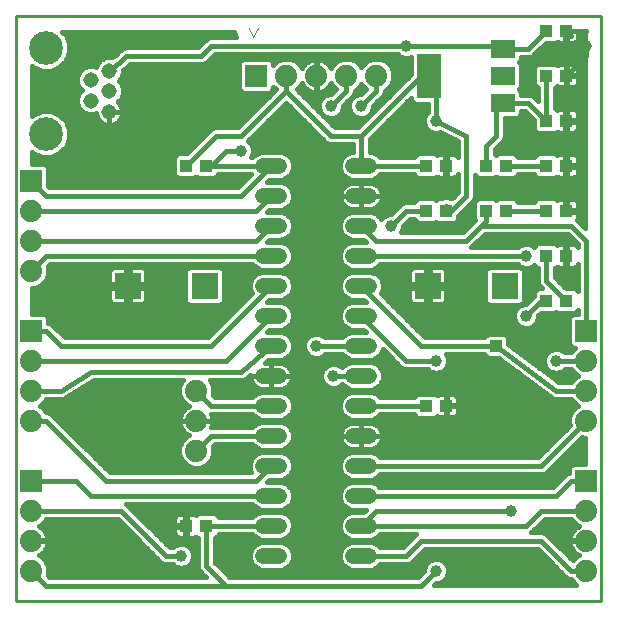
<source format=gtl>
G75*
G70*
%OFA0B0*%
%FSLAX24Y24*%
%IPPOS*%
%LPD*%
%AMOC8*
5,1,8,0,0,1.08239X$1,22.5*
%
%ADD10C,0.0100*%
%ADD11C,0.0040*%
%ADD12C,0.0520*%
%ADD13R,0.0787X0.0591*%
%ADD14R,0.0787X0.1496*%
%ADD15R,0.0433X0.0433*%
%ADD16R,0.0433X0.0394*%
%ADD17R,0.0394X0.0433*%
%ADD18R,0.0886X0.0886*%
%ADD19R,0.0740X0.0740*%
%ADD20C,0.0740*%
%ADD21C,0.0515*%
%ADD22C,0.1122*%
%ADD23C,0.0160*%
%ADD24C,0.0396*%
%ADD25R,0.0396X0.0396*%
D10*
X002681Y002681D02*
X022181Y002681D01*
X022181Y022181D01*
X002681Y022181D01*
X002681Y002681D01*
D11*
X010581Y021465D02*
X010735Y021772D01*
X010428Y021772D02*
X010581Y021465D01*
D12*
X010921Y017181D02*
X011441Y017181D01*
X011441Y016181D02*
X010921Y016181D01*
X010921Y015181D02*
X011441Y015181D01*
X011441Y014181D02*
X010921Y014181D01*
X010921Y013181D02*
X011441Y013181D01*
X011441Y012181D02*
X010921Y012181D01*
X010921Y011181D02*
X011441Y011181D01*
X011441Y010181D02*
X010921Y010181D01*
X010921Y009181D02*
X011441Y009181D01*
X011441Y008181D02*
X010921Y008181D01*
X010921Y007181D02*
X011441Y007181D01*
X011441Y006181D02*
X010921Y006181D01*
X010921Y005181D02*
X011441Y005181D01*
X011441Y004181D02*
X010921Y004181D01*
X013921Y004181D02*
X014441Y004181D01*
X014441Y005181D02*
X013921Y005181D01*
X013921Y006181D02*
X014441Y006181D01*
X014441Y007181D02*
X013921Y007181D01*
X013921Y008181D02*
X014441Y008181D01*
X014441Y009181D02*
X013921Y009181D01*
X013921Y010181D02*
X014441Y010181D01*
X014441Y011181D02*
X013921Y011181D01*
X013921Y012181D02*
X014441Y012181D01*
X014441Y013181D02*
X013921Y013181D01*
X013921Y014181D02*
X014441Y014181D01*
X014441Y015181D02*
X013921Y015181D01*
X013921Y016181D02*
X014441Y016181D01*
X014441Y017181D02*
X013921Y017181D01*
D13*
X018921Y019275D03*
X018921Y020181D03*
X018921Y021086D03*
D14*
X016441Y020181D03*
D15*
X016346Y017181D03*
X017016Y017181D03*
X020346Y017181D03*
X021016Y017181D03*
X021016Y015681D03*
X020346Y015681D03*
X020346Y014181D03*
X021016Y014181D03*
X021016Y018681D03*
X020346Y018681D03*
X020346Y021681D03*
X021016Y021681D03*
X009016Y005181D03*
X008346Y005181D03*
D16*
X016346Y009181D03*
X017016Y009181D03*
X020346Y020181D03*
X021016Y020181D03*
D17*
X019016Y017181D03*
X018346Y017181D03*
X018346Y015681D03*
X019016Y015681D03*
X017016Y015681D03*
X016346Y015681D03*
X020346Y012681D03*
X021016Y012681D03*
X009016Y017181D03*
X008346Y017181D03*
D18*
X008960Y013181D03*
X006401Y013181D03*
X016401Y013181D03*
X018960Y013181D03*
D19*
X021681Y011681D03*
X021681Y006681D03*
X010681Y020181D03*
X003181Y016681D03*
X003181Y011681D03*
X003181Y006681D03*
D20*
X003181Y005681D03*
X003181Y004681D03*
X003181Y003681D03*
X003181Y008681D03*
X003181Y009681D03*
X003181Y010681D03*
X003181Y013681D03*
X003181Y014681D03*
X003181Y015681D03*
X008681Y009681D03*
X008681Y008681D03*
X008681Y007681D03*
X011681Y020181D03*
X012681Y020181D03*
X013681Y020181D03*
X014681Y020181D03*
X021681Y010681D03*
X021681Y009681D03*
X021681Y008681D03*
X021681Y005681D03*
X021681Y004681D03*
X021681Y003681D03*
D21*
X005781Y018981D03*
X005781Y019681D03*
X005781Y020351D03*
X005161Y020041D03*
X005161Y019351D03*
D22*
X003681Y018244D03*
X003681Y021118D03*
D23*
X004224Y021651D02*
X009935Y021651D01*
X009936Y021637D01*
X010024Y021461D01*
X009125Y021461D01*
X009022Y021418D01*
X008944Y021340D01*
X008735Y021131D01*
X006295Y021131D01*
X006192Y021088D01*
X006114Y021010D01*
X005992Y020888D01*
X005888Y020802D01*
X005872Y020808D01*
X005690Y020808D01*
X005522Y020739D01*
X005393Y020610D01*
X005333Y020465D01*
X005252Y020498D01*
X005070Y020498D01*
X004902Y020429D01*
X004773Y020300D01*
X004703Y020132D01*
X004703Y019950D01*
X004773Y019782D01*
X004859Y019696D01*
X004773Y019610D01*
X004703Y019442D01*
X004703Y019260D01*
X004773Y019092D01*
X004902Y018963D01*
X005070Y018893D01*
X005252Y018893D01*
X005346Y018932D01*
X005354Y018878D01*
X005376Y018813D01*
X005407Y018752D01*
X005447Y018696D01*
X005496Y018647D01*
X005552Y018607D01*
X005613Y018576D01*
X005678Y018554D01*
X005746Y018543D01*
X005781Y018543D01*
X005815Y018543D01*
X005883Y018554D01*
X005949Y018576D01*
X006010Y018607D01*
X006066Y018647D01*
X006115Y018696D01*
X006155Y018752D01*
X006186Y018813D01*
X006208Y018878D01*
X006218Y018946D01*
X006218Y018981D01*
X006218Y019015D01*
X006208Y019083D01*
X006186Y019149D01*
X006155Y019210D01*
X006115Y019266D01*
X006066Y019315D01*
X006063Y019316D01*
X006169Y019422D01*
X006238Y019590D01*
X006238Y019772D01*
X006169Y019940D01*
X006093Y020016D01*
X006169Y020092D01*
X006238Y020260D01*
X006238Y020365D01*
X006327Y020438D01*
X006340Y020444D01*
X006369Y020474D01*
X006402Y020500D01*
X006409Y020513D01*
X006467Y020571D01*
X008795Y020571D01*
X008907Y020571D01*
X009010Y020614D01*
X009297Y020901D01*
X015398Y020901D01*
X015455Y020843D01*
X015602Y020783D01*
X015760Y020783D01*
X015847Y020819D01*
X015847Y020243D01*
X014065Y018461D01*
X013297Y018461D01*
X012032Y019726D01*
X012164Y019858D01*
X012193Y019927D01*
X012211Y019893D01*
X012261Y019823D01*
X012323Y019761D01*
X012393Y019711D01*
X012470Y019671D01*
X012552Y019644D01*
X012638Y019631D01*
X012661Y019631D01*
X012661Y020161D01*
X012701Y020161D01*
X012701Y019631D01*
X012724Y019631D01*
X012810Y019644D01*
X012892Y019671D01*
X012969Y019711D01*
X013039Y019761D01*
X013100Y019823D01*
X013151Y019893D01*
X013169Y019927D01*
X013198Y019858D01*
X013330Y019726D01*
X013183Y019579D01*
X013102Y019579D01*
X012955Y019518D01*
X012843Y019406D01*
X012783Y019260D01*
X012783Y019102D01*
X012843Y018955D01*
X012955Y018843D01*
X013102Y018783D01*
X013260Y018783D01*
X013406Y018843D01*
X013518Y018955D01*
X013579Y019102D01*
X013579Y019183D01*
X013918Y019522D01*
X013961Y019625D01*
X013961Y019680D01*
X014004Y019698D01*
X014164Y019858D01*
X014181Y019899D01*
X014198Y019858D01*
X014330Y019726D01*
X014183Y019579D01*
X014102Y019579D01*
X013955Y019518D01*
X013843Y019406D01*
X013783Y019260D01*
X013783Y019102D01*
X013843Y018955D01*
X013955Y018843D01*
X014102Y018783D01*
X014260Y018783D01*
X014406Y018843D01*
X014518Y018955D01*
X014579Y019102D01*
X014579Y019183D01*
X014918Y019522D01*
X014961Y019625D01*
X014961Y019680D01*
X015004Y019698D01*
X015164Y019858D01*
X015251Y020068D01*
X015251Y020294D01*
X015164Y020504D01*
X015004Y020664D01*
X014794Y020751D01*
X014568Y020751D01*
X014358Y020664D01*
X014198Y020504D01*
X014181Y020463D01*
X014164Y020504D01*
X014004Y020664D01*
X013794Y020751D01*
X013568Y020751D01*
X013358Y020664D01*
X013198Y020504D01*
X013169Y020434D01*
X013151Y020469D01*
X013100Y020539D01*
X013039Y020600D01*
X012969Y020651D01*
X012892Y020691D01*
X012810Y020717D01*
X012724Y020731D01*
X012701Y020731D01*
X012701Y020201D01*
X012661Y020201D01*
X012661Y020731D01*
X012638Y020731D01*
X012552Y020717D01*
X012470Y020691D01*
X012393Y020651D01*
X012323Y020600D01*
X012261Y020539D01*
X012211Y020469D01*
X012193Y020434D01*
X012164Y020504D01*
X012004Y020664D01*
X011794Y020751D01*
X011568Y020751D01*
X011358Y020664D01*
X011251Y020557D01*
X011251Y020634D01*
X011134Y020751D01*
X010228Y020751D01*
X010111Y020634D01*
X010111Y019728D01*
X010228Y019611D01*
X011134Y019611D01*
X011251Y019728D01*
X011251Y019805D01*
X011330Y019726D01*
X010065Y018461D01*
X009402Y018461D01*
X009291Y018461D01*
X009188Y018418D01*
X008367Y017597D01*
X008067Y017597D01*
X007949Y017480D01*
X007949Y016882D01*
X008067Y016764D01*
X008626Y016764D01*
X008681Y016819D01*
X008736Y016764D01*
X009295Y016764D01*
X009412Y016882D01*
X009412Y016901D01*
X010505Y016901D01*
X010065Y016461D01*
X003797Y016461D01*
X003751Y016507D01*
X003751Y017134D01*
X003634Y017251D01*
X003211Y017251D01*
X003211Y017638D01*
X003250Y017599D01*
X003530Y017483D01*
X003832Y017483D01*
X004112Y017599D01*
X004326Y017813D01*
X004442Y018093D01*
X004442Y018395D01*
X004326Y018675D01*
X004112Y018889D01*
X003832Y019005D01*
X003530Y019005D01*
X003250Y018889D01*
X003211Y018850D01*
X003211Y020512D01*
X003250Y020473D01*
X003530Y020357D01*
X003832Y020357D01*
X004112Y020473D01*
X004326Y020687D01*
X004442Y020967D01*
X004442Y021269D01*
X004326Y021549D01*
X004224Y021651D01*
X004327Y021548D02*
X009981Y021548D01*
X009181Y021181D02*
X015681Y021181D01*
X018827Y021181D01*
X018921Y021086D01*
X019752Y021086D01*
X020346Y021681D01*
X020326Y021264D02*
X020646Y021264D01*
X020697Y021316D01*
X020730Y021297D01*
X020775Y021284D01*
X020987Y021284D01*
X020987Y021651D01*
X021044Y021651D01*
X021044Y021284D01*
X021256Y021284D01*
X021302Y021297D01*
X021343Y021320D01*
X021376Y021354D01*
X021400Y021395D01*
X021412Y021441D01*
X021412Y021651D01*
X021651Y021651D01*
X021651Y015107D01*
X021418Y015340D01*
X021386Y015371D01*
X021400Y015395D01*
X021412Y015441D01*
X021412Y015653D01*
X021044Y015653D01*
X021044Y015709D01*
X021412Y015709D01*
X021412Y015921D01*
X021400Y015967D01*
X021376Y016008D01*
X021343Y016041D01*
X021302Y016065D01*
X021256Y016077D01*
X021044Y016077D01*
X021044Y015709D01*
X020987Y015709D01*
X020987Y016077D01*
X020775Y016077D01*
X020730Y016065D01*
X020697Y016046D01*
X020646Y016097D01*
X020047Y016097D01*
X019930Y015980D01*
X019930Y015961D01*
X019412Y015961D01*
X019412Y015980D01*
X019295Y016097D01*
X018736Y016097D01*
X018681Y016042D01*
X018626Y016097D01*
X018067Y016097D01*
X017949Y015980D01*
X017949Y015382D01*
X017968Y015363D01*
X017944Y015340D01*
X017944Y015339D01*
X017565Y014961D01*
X015521Y014961D01*
X015579Y015102D01*
X015579Y015183D01*
X015797Y015401D01*
X015949Y015401D01*
X015949Y015382D01*
X016067Y015264D01*
X016626Y015264D01*
X016681Y015319D01*
X016736Y015264D01*
X017295Y015264D01*
X017412Y015382D01*
X017412Y015516D01*
X017418Y015522D01*
X017418Y015522D01*
X017839Y015944D01*
X017840Y015944D01*
X017918Y016022D01*
X017961Y016125D01*
X017961Y016870D01*
X018067Y016764D01*
X018626Y016764D01*
X018681Y016819D01*
X018736Y016764D01*
X019295Y016764D01*
X019412Y016882D01*
X019412Y016901D01*
X019930Y016901D01*
X019930Y016882D01*
X020047Y016764D01*
X020646Y016764D01*
X020697Y016816D01*
X020730Y016797D01*
X020775Y016784D01*
X020987Y016784D01*
X020987Y017152D01*
X021044Y017152D01*
X021044Y016784D01*
X021256Y016784D01*
X021302Y016797D01*
X021343Y016820D01*
X021376Y016854D01*
X021400Y016895D01*
X021412Y016941D01*
X021412Y017153D01*
X021044Y017153D01*
X021044Y017209D01*
X021412Y017209D01*
X021412Y017421D01*
X021400Y017467D01*
X021376Y017508D01*
X021343Y017541D01*
X021302Y017565D01*
X021256Y017577D01*
X021044Y017577D01*
X021044Y017209D01*
X020987Y017209D01*
X020987Y017577D01*
X020775Y017577D01*
X020730Y017565D01*
X020697Y017546D01*
X020646Y017597D01*
X020047Y017597D01*
X019930Y017480D01*
X019930Y017461D01*
X019412Y017461D01*
X019412Y017480D01*
X019295Y017597D01*
X018736Y017597D01*
X018681Y017542D01*
X018626Y017597D01*
X018626Y017730D01*
X018918Y018022D01*
X018961Y018125D01*
X018961Y018237D01*
X018961Y018780D01*
X019398Y018780D01*
X019515Y018897D01*
X019515Y018995D01*
X019636Y018995D01*
X019930Y018702D01*
X019930Y018382D01*
X020047Y018264D01*
X020646Y018264D01*
X020697Y018316D01*
X020730Y018297D01*
X020775Y018284D01*
X020987Y018284D01*
X020987Y018652D01*
X021044Y018652D01*
X021044Y018284D01*
X021256Y018284D01*
X021302Y018297D01*
X021343Y018320D01*
X021376Y018354D01*
X021400Y018395D01*
X021412Y018441D01*
X021412Y018653D01*
X021044Y018653D01*
X021044Y018709D01*
X021412Y018709D01*
X021412Y018921D01*
X021400Y018967D01*
X021376Y019008D01*
X021343Y019041D01*
X021302Y019065D01*
X021256Y019077D01*
X021044Y019077D01*
X021044Y018709D01*
X020987Y018709D01*
X020987Y019077D01*
X020775Y019077D01*
X020730Y019065D01*
X020697Y019046D01*
X020646Y019097D01*
X020626Y019097D01*
X020626Y019784D01*
X020646Y019784D01*
X020697Y019835D01*
X020730Y019816D01*
X020775Y019804D01*
X020997Y019804D01*
X020997Y020162D01*
X021034Y020162D01*
X021034Y019804D01*
X021256Y019804D01*
X021302Y019816D01*
X021343Y019840D01*
X021376Y019874D01*
X021400Y019915D01*
X021412Y019960D01*
X021412Y020162D01*
X021034Y020162D01*
X021034Y020199D01*
X021412Y020199D01*
X021412Y020401D01*
X021400Y020447D01*
X021376Y020488D01*
X021343Y020522D01*
X021302Y020545D01*
X021256Y020558D01*
X021034Y020558D01*
X021034Y020200D01*
X020997Y020200D01*
X020997Y020558D01*
X020775Y020558D01*
X020730Y020545D01*
X020697Y020527D01*
X020646Y020578D01*
X020047Y020578D01*
X019930Y020461D01*
X019930Y019901D01*
X020047Y019784D01*
X020066Y019784D01*
X020066Y019357D01*
X019910Y019513D01*
X019807Y019555D01*
X019696Y019555D01*
X019515Y019555D01*
X019515Y019654D01*
X019440Y019728D01*
X019515Y019803D01*
X019515Y020559D01*
X019440Y020634D01*
X019515Y020708D01*
X019515Y020806D01*
X019807Y020806D01*
X019910Y020849D01*
X019989Y020928D01*
X020326Y021264D01*
X020292Y021231D02*
X021651Y021231D01*
X021681Y021181D02*
X021681Y020846D01*
X021016Y020181D01*
X020997Y020121D02*
X021034Y020121D01*
X021034Y020279D02*
X020997Y020279D01*
X020997Y020438D02*
X021034Y020438D01*
X021402Y020438D02*
X021651Y020438D01*
X021651Y020596D02*
X019477Y020596D01*
X019515Y020438D02*
X019930Y020438D01*
X019930Y020279D02*
X019515Y020279D01*
X019515Y020121D02*
X019930Y020121D01*
X019930Y019962D02*
X019515Y019962D01*
X019515Y019804D02*
X020027Y019804D01*
X020066Y019645D02*
X019515Y019645D01*
X019752Y019275D02*
X018921Y019275D01*
X018681Y019035D01*
X018681Y018181D01*
X018346Y017846D01*
X018346Y017181D01*
X018040Y016791D02*
X017961Y016791D01*
X017961Y016633D02*
X021651Y016633D01*
X021651Y016791D02*
X021281Y016791D01*
X021412Y016950D02*
X021651Y016950D01*
X021651Y017108D02*
X021412Y017108D01*
X021412Y017267D02*
X021651Y017267D01*
X021651Y017425D02*
X021411Y017425D01*
X021651Y017584D02*
X020659Y017584D01*
X020987Y017425D02*
X021044Y017425D01*
X021044Y017267D02*
X020987Y017267D01*
X020987Y017108D02*
X021044Y017108D01*
X021044Y016950D02*
X020987Y016950D01*
X020987Y016791D02*
X021044Y016791D01*
X020750Y016791D02*
X020673Y016791D01*
X020346Y017181D02*
X019016Y017181D01*
X019322Y016791D02*
X020020Y016791D01*
X020033Y017584D02*
X019309Y017584D01*
X018722Y017584D02*
X018639Y017584D01*
X018639Y017743D02*
X021651Y017743D01*
X021651Y017901D02*
X018797Y017901D01*
X018934Y018060D02*
X021651Y018060D01*
X021651Y018218D02*
X018961Y018218D01*
X018961Y018377D02*
X019935Y018377D01*
X019930Y018535D02*
X018961Y018535D01*
X018961Y018694D02*
X019930Y018694D01*
X019779Y018852D02*
X019470Y018852D01*
X019752Y019275D02*
X020346Y018681D01*
X020346Y020181D01*
X020665Y019804D02*
X021651Y019804D01*
X021651Y019962D02*
X021412Y019962D01*
X021412Y020121D02*
X021651Y020121D01*
X021651Y020279D02*
X021412Y020279D01*
X021034Y019962D02*
X020997Y019962D01*
X020626Y019645D02*
X021651Y019645D01*
X021651Y019487D02*
X020626Y019487D01*
X020626Y019328D02*
X021651Y019328D01*
X021651Y019169D02*
X020626Y019169D01*
X020987Y019011D02*
X021044Y019011D01*
X021044Y018852D02*
X020987Y018852D01*
X021044Y018694D02*
X021651Y018694D01*
X021651Y018852D02*
X021412Y018852D01*
X021373Y019011D02*
X021651Y019011D01*
X021651Y018535D02*
X021412Y018535D01*
X021389Y018377D02*
X021651Y018377D01*
X021044Y018377D02*
X020987Y018377D01*
X020987Y018535D02*
X021044Y018535D01*
X020066Y019487D02*
X019937Y019487D01*
X019515Y020755D02*
X021651Y020755D01*
X021651Y020913D02*
X019975Y020913D01*
X020133Y021072D02*
X021651Y021072D01*
X021651Y021389D02*
X021396Y021389D01*
X021412Y021548D02*
X021651Y021548D01*
X021681Y021681D02*
X021016Y021681D01*
X021181Y021516D01*
X021044Y021548D02*
X020987Y021548D01*
X020987Y021389D02*
X021044Y021389D01*
X017681Y018181D02*
X016681Y018681D01*
X016681Y019941D01*
X016441Y020181D01*
X016181Y020181D01*
X014181Y018181D01*
X013181Y018181D01*
X011681Y019681D01*
X010181Y018181D01*
X009346Y018181D01*
X008346Y017181D01*
X008040Y016791D02*
X003751Y016791D01*
X003751Y016633D02*
X010237Y016633D01*
X010395Y016791D02*
X009322Y016791D01*
X009181Y017181D02*
X009681Y017681D01*
X010181Y017681D01*
X010410Y018014D02*
X010418Y018022D01*
X011681Y019285D01*
X013022Y017944D01*
X013125Y017901D01*
X010521Y017901D01*
X010518Y017906D02*
X010410Y018014D01*
X010456Y018060D02*
X012906Y018060D01*
X012748Y018218D02*
X010614Y018218D01*
X010773Y018377D02*
X012589Y018377D01*
X012431Y018535D02*
X010931Y018535D01*
X011090Y018694D02*
X012272Y018694D01*
X012114Y018852D02*
X011248Y018852D01*
X011407Y019011D02*
X011955Y019011D01*
X011796Y019169D02*
X011565Y019169D01*
X011681Y019681D02*
X011681Y020181D01*
X012072Y020596D02*
X012319Y020596D01*
X012195Y020438D02*
X012191Y020438D01*
X012661Y020438D02*
X012701Y020438D01*
X012701Y020596D02*
X012661Y020596D01*
X012661Y020279D02*
X012701Y020279D01*
X012701Y020121D02*
X012661Y020121D01*
X012661Y019962D02*
X012701Y019962D01*
X012701Y019804D02*
X012661Y019804D01*
X012661Y019645D02*
X012701Y019645D01*
X012812Y019645D02*
X013249Y019645D01*
X013252Y019804D02*
X013081Y019804D01*
X012924Y019487D02*
X012271Y019487D01*
X012113Y019645D02*
X012550Y019645D01*
X012280Y019804D02*
X012110Y019804D01*
X012430Y019328D02*
X012811Y019328D01*
X012783Y019169D02*
X012588Y019169D01*
X012747Y019011D02*
X012820Y019011D01*
X012905Y018852D02*
X012946Y018852D01*
X013064Y018694D02*
X014298Y018694D01*
X014415Y018852D02*
X014456Y018852D01*
X014541Y019011D02*
X014615Y019011D01*
X014579Y019169D02*
X014774Y019169D01*
X014724Y019328D02*
X014932Y019328D01*
X014882Y019487D02*
X015091Y019487D01*
X014961Y019645D02*
X015249Y019645D01*
X015110Y019804D02*
X015408Y019804D01*
X015566Y019962D02*
X015207Y019962D01*
X015251Y020121D02*
X015725Y020121D01*
X015847Y020279D02*
X015251Y020279D01*
X015191Y020438D02*
X015847Y020438D01*
X015847Y020596D02*
X015072Y020596D01*
X014681Y020181D02*
X014681Y019681D01*
X014181Y019181D01*
X013924Y019487D02*
X013882Y019487D01*
X013811Y019328D02*
X013724Y019328D01*
X013783Y019169D02*
X013579Y019169D01*
X013541Y019011D02*
X013820Y019011D01*
X013946Y018852D02*
X013415Y018852D01*
X013223Y018535D02*
X014139Y018535D01*
X014181Y018181D02*
X014181Y017181D01*
X016346Y017181D01*
X015930Y016901D02*
X015930Y016882D01*
X016047Y016764D01*
X016646Y016764D01*
X016697Y016816D01*
X016730Y016797D01*
X016775Y016784D01*
X016987Y016784D01*
X016987Y017152D01*
X017044Y017152D01*
X017044Y016784D01*
X017256Y016784D01*
X017302Y016797D01*
X017343Y016820D01*
X017376Y016854D01*
X017400Y016895D01*
X017401Y016899D01*
X017401Y016297D01*
X017202Y016097D01*
X017141Y016097D01*
X017071Y016126D01*
X016960Y016126D01*
X016890Y016097D01*
X016736Y016097D01*
X016681Y016042D01*
X016626Y016097D01*
X016067Y016097D01*
X015949Y015980D01*
X015949Y015961D01*
X015737Y015961D01*
X015625Y015961D01*
X015522Y015918D01*
X015183Y015579D01*
X015102Y015579D01*
X014955Y015518D01*
X014845Y015408D01*
X014831Y015441D01*
X014701Y015571D01*
X014532Y015641D01*
X013829Y015641D01*
X013660Y015571D01*
X013531Y015441D01*
X013461Y015272D01*
X013461Y015089D01*
X013531Y014920D01*
X013660Y014791D01*
X013829Y014721D01*
X014245Y014721D01*
X014325Y014641D01*
X013829Y014641D01*
X013660Y014571D01*
X013531Y014441D01*
X013461Y014272D01*
X013461Y014089D01*
X013531Y013920D01*
X013660Y013791D01*
X013829Y013721D01*
X014532Y013721D01*
X014701Y013791D01*
X014811Y013901D01*
X019398Y013901D01*
X019455Y013843D01*
X019602Y013783D01*
X019760Y013783D01*
X019906Y013843D01*
X019937Y013874D01*
X020047Y013764D01*
X020066Y013764D01*
X020066Y013295D01*
X020109Y013192D01*
X020188Y013113D01*
X020203Y013097D01*
X020067Y013097D01*
X019949Y012980D01*
X019949Y012845D01*
X019944Y012840D01*
X019683Y012579D01*
X019602Y012579D01*
X019455Y012518D01*
X019343Y012406D01*
X019283Y012260D01*
X019283Y012102D01*
X019343Y011955D01*
X019455Y011843D01*
X019602Y011783D01*
X019760Y011783D01*
X019906Y011843D01*
X020018Y011955D01*
X020079Y012102D01*
X020079Y012183D01*
X020160Y012264D01*
X020626Y012264D01*
X020681Y012319D01*
X020736Y012264D01*
X021295Y012264D01*
X021401Y012370D01*
X021401Y012251D01*
X021228Y012251D01*
X021111Y012134D01*
X021111Y011228D01*
X021228Y011111D01*
X021305Y011111D01*
X021198Y011004D01*
X021180Y010961D01*
X020964Y010961D01*
X020906Y011018D01*
X020760Y011079D01*
X020602Y011079D01*
X020455Y011018D01*
X020343Y010906D01*
X020283Y010760D01*
X020283Y010602D01*
X020343Y010455D01*
X020455Y010343D01*
X020602Y010283D01*
X020760Y010283D01*
X020906Y010343D01*
X020964Y010401D01*
X021180Y010401D01*
X021198Y010358D01*
X021358Y010198D01*
X021399Y010181D01*
X021358Y010164D01*
X021198Y010004D01*
X021180Y009961D01*
X020774Y009961D01*
X019079Y011232D01*
X019079Y011462D01*
X018962Y011579D01*
X018400Y011579D01*
X018283Y011462D01*
X018283Y011461D01*
X016297Y011461D01*
X014833Y012925D01*
X014901Y013089D01*
X014901Y013272D01*
X014831Y013441D01*
X014701Y013571D01*
X014532Y013641D01*
X013829Y013641D01*
X013660Y013571D01*
X013531Y013441D01*
X013461Y013272D01*
X013461Y013089D01*
X013531Y012920D01*
X013660Y012791D01*
X013829Y012721D01*
X014245Y012721D01*
X014325Y012641D01*
X013829Y012641D01*
X013660Y012571D01*
X013531Y012441D01*
X013461Y012272D01*
X013461Y012089D01*
X013531Y011920D01*
X013660Y011791D01*
X013829Y011721D01*
X014245Y011721D01*
X014325Y011641D01*
X013829Y011641D01*
X013660Y011571D01*
X013550Y011461D01*
X012964Y011461D01*
X012906Y011518D01*
X012760Y011579D01*
X012602Y011579D01*
X012455Y011518D01*
X012343Y011406D01*
X012283Y011260D01*
X012283Y011102D01*
X012343Y010955D01*
X012455Y010843D01*
X012602Y010783D01*
X012760Y010783D01*
X012906Y010843D01*
X012964Y010901D01*
X013550Y010901D01*
X013660Y010791D01*
X013829Y010721D01*
X014532Y010721D01*
X014701Y010791D01*
X014831Y010920D01*
X014894Y011072D01*
X015444Y010522D01*
X015522Y010444D01*
X015625Y010401D01*
X016398Y010401D01*
X016455Y010343D01*
X016602Y010283D01*
X016760Y010283D01*
X016906Y010343D01*
X017018Y010455D01*
X017079Y010602D01*
X017079Y010760D01*
X017021Y010901D01*
X018283Y010901D01*
X018283Y010900D01*
X018400Y010783D01*
X018745Y010783D01*
X020497Y009469D01*
X020522Y009444D01*
X020541Y009436D01*
X020557Y009424D01*
X020592Y009415D01*
X020625Y009401D01*
X020646Y009401D01*
X020665Y009396D01*
X020701Y009401D01*
X021180Y009401D01*
X021198Y009358D01*
X021358Y009198D01*
X021399Y009181D01*
X021358Y009164D01*
X021198Y009004D01*
X021111Y008794D01*
X021111Y008568D01*
X021129Y008525D01*
X020065Y007461D01*
X014811Y007461D01*
X014701Y007571D01*
X014532Y007641D01*
X013829Y007641D01*
X013660Y007571D01*
X013531Y007441D01*
X013461Y007272D01*
X013461Y007089D01*
X013531Y006920D01*
X013660Y006791D01*
X013829Y006721D01*
X014532Y006721D01*
X014701Y006791D01*
X014811Y006901D01*
X020237Y006901D01*
X020340Y006944D01*
X020418Y007022D01*
X021525Y008129D01*
X021568Y008111D01*
X021651Y008111D01*
X021651Y007251D01*
X021228Y007251D01*
X021111Y007134D01*
X021111Y006955D01*
X021022Y006918D01*
X020565Y006461D01*
X014811Y006461D01*
X014701Y006571D01*
X014532Y006641D01*
X013829Y006641D01*
X013660Y006571D01*
X013531Y006441D01*
X013461Y006272D01*
X013461Y006089D01*
X013531Y005920D01*
X013660Y005791D01*
X013829Y005721D01*
X014325Y005721D01*
X014245Y005641D01*
X013829Y005641D01*
X013660Y005571D01*
X013531Y005441D01*
X013461Y005272D01*
X013461Y005089D01*
X013531Y004920D01*
X013660Y004791D01*
X013829Y004721D01*
X014532Y004721D01*
X014701Y004791D01*
X014811Y004901D01*
X016005Y004901D01*
X015565Y004461D01*
X014811Y004461D01*
X014701Y004571D01*
X014532Y004641D01*
X013829Y004641D01*
X013660Y004571D01*
X013531Y004441D01*
X013461Y004272D01*
X013461Y004089D01*
X013531Y003920D01*
X013660Y003791D01*
X013829Y003721D01*
X014532Y003721D01*
X014701Y003791D01*
X016296Y003791D01*
X016283Y003760D02*
X016283Y003679D01*
X016065Y003461D01*
X009797Y003461D01*
X009296Y003962D01*
X009296Y004764D01*
X009315Y004764D01*
X009432Y004882D01*
X009432Y004901D01*
X010550Y004901D01*
X010660Y004791D01*
X010829Y004721D01*
X011532Y004721D01*
X011701Y004791D01*
X011831Y004920D01*
X011901Y005089D01*
X011901Y005272D01*
X011831Y005441D01*
X011701Y005571D01*
X011532Y005641D01*
X010829Y005641D01*
X010660Y005571D01*
X010550Y005461D01*
X009432Y005461D01*
X009432Y005480D01*
X009315Y005597D01*
X008716Y005597D01*
X008665Y005546D01*
X008632Y005565D01*
X008587Y005577D01*
X008375Y005577D01*
X008375Y005209D01*
X008318Y005209D01*
X008318Y005153D01*
X007950Y005153D01*
X007950Y004941D01*
X007962Y004895D01*
X007986Y004854D01*
X008019Y004820D01*
X008060Y004797D01*
X008106Y004784D01*
X008318Y004784D01*
X008318Y005152D01*
X008375Y005152D01*
X008375Y004784D01*
X008587Y004784D01*
X008632Y004797D01*
X008665Y004816D01*
X008716Y004764D01*
X008736Y004764D01*
X008736Y003791D01*
X008279Y003791D01*
X008260Y003783D02*
X008406Y003843D01*
X008518Y003955D01*
X008579Y004102D01*
X008579Y004260D01*
X008518Y004406D01*
X008406Y004518D01*
X008260Y004579D01*
X008102Y004579D01*
X007955Y004518D01*
X007898Y004461D01*
X007797Y004461D01*
X006357Y005901D01*
X010550Y005901D01*
X010660Y005791D01*
X010829Y005721D01*
X011532Y005721D01*
X011701Y005791D01*
X011831Y005920D01*
X011901Y006089D01*
X011901Y006272D01*
X011831Y006441D01*
X011701Y006571D01*
X011532Y006641D01*
X011037Y006641D01*
X011117Y006721D01*
X011532Y006721D01*
X011701Y006791D01*
X011831Y006920D01*
X011901Y007089D01*
X011901Y007272D01*
X011831Y007441D01*
X011701Y007571D01*
X011532Y007641D01*
X010829Y007641D01*
X010660Y007571D01*
X010531Y007441D01*
X010461Y007272D01*
X010461Y007089D01*
X010514Y006961D01*
X005797Y006961D01*
X003918Y008839D01*
X003918Y008840D01*
X003840Y008918D01*
X003737Y008961D01*
X003682Y008961D01*
X003664Y009004D01*
X003504Y009164D01*
X003463Y009181D01*
X003504Y009198D01*
X003664Y009358D01*
X003682Y009401D01*
X004150Y009401D01*
X004174Y009396D01*
X004205Y009401D01*
X004237Y009401D01*
X004259Y009410D01*
X004284Y009415D01*
X004311Y009432D01*
X004340Y009444D01*
X004357Y009461D01*
X005262Y010035D01*
X008229Y010035D01*
X008198Y010004D01*
X008111Y009794D01*
X008111Y009568D01*
X008198Y009358D01*
X008358Y009198D01*
X008427Y009169D01*
X008393Y009151D01*
X008323Y009100D01*
X008261Y009039D01*
X008211Y008969D01*
X008171Y008892D01*
X008144Y008810D01*
X008131Y008724D01*
X008131Y008681D01*
X008681Y008681D01*
X009231Y008681D01*
X009231Y008724D01*
X009217Y008810D01*
X009191Y008892D01*
X009186Y008901D01*
X010550Y008901D01*
X010660Y008791D01*
X010829Y008721D01*
X011532Y008721D01*
X011701Y008791D01*
X011831Y008920D01*
X011901Y009089D01*
X011901Y009272D01*
X011831Y009441D01*
X011701Y009571D01*
X011532Y009641D01*
X010829Y009641D01*
X010660Y009571D01*
X010550Y009461D01*
X009297Y009461D01*
X009233Y009525D01*
X009251Y009568D01*
X009251Y009794D01*
X009164Y010004D01*
X009133Y010035D01*
X010171Y010035D01*
X010216Y010032D01*
X010226Y010035D01*
X010237Y010035D01*
X010279Y010052D01*
X010322Y010067D01*
X010330Y010074D01*
X010340Y010078D01*
X010372Y010110D01*
X010481Y010205D01*
X010481Y010181D01*
X011181Y010181D01*
X011181Y010181D01*
X011181Y010621D01*
X011476Y010621D01*
X011544Y010610D01*
X011610Y010589D01*
X011672Y010557D01*
X011728Y010517D01*
X011777Y010468D01*
X011817Y010412D01*
X011849Y010350D01*
X011870Y010284D01*
X011881Y010216D01*
X011881Y010181D01*
X011181Y010181D01*
X011181Y010181D01*
X011181Y010621D01*
X010962Y010621D01*
X011077Y010721D01*
X011532Y010721D01*
X011701Y010791D01*
X011831Y010920D01*
X011901Y011089D01*
X011901Y011272D01*
X011831Y011441D01*
X011701Y011571D01*
X011532Y011641D01*
X011037Y011641D01*
X011117Y011721D01*
X011532Y011721D01*
X011701Y011791D01*
X011831Y011920D01*
X011901Y012089D01*
X011901Y012272D01*
X011831Y012441D01*
X011701Y012571D01*
X011532Y012641D01*
X011037Y012641D01*
X011117Y012721D01*
X011532Y012721D01*
X011701Y012791D01*
X011831Y012920D01*
X011901Y013089D01*
X011901Y013272D01*
X011831Y013441D01*
X011701Y013571D01*
X011532Y013641D01*
X010829Y013641D01*
X010660Y013571D01*
X010531Y013441D01*
X010461Y013272D01*
X010461Y013089D01*
X010529Y012925D01*
X009444Y011840D01*
X009065Y011461D01*
X004297Y011461D01*
X003840Y011918D01*
X003751Y011955D01*
X003751Y012134D01*
X003634Y012251D01*
X003211Y012251D01*
X003211Y013111D01*
X003294Y013111D01*
X003504Y013198D01*
X003664Y013358D01*
X003751Y013568D01*
X003751Y013794D01*
X003733Y013837D01*
X003797Y013901D01*
X010550Y013901D01*
X010660Y013791D01*
X010829Y013721D01*
X011532Y013721D01*
X011701Y013791D01*
X011831Y013920D01*
X011901Y014089D01*
X011901Y014272D01*
X011831Y014441D01*
X011701Y014571D01*
X011532Y014641D01*
X011037Y014641D01*
X011117Y014721D01*
X011532Y014721D01*
X011701Y014791D01*
X011831Y014920D01*
X011901Y015089D01*
X011901Y015272D01*
X011831Y015441D01*
X011701Y015571D01*
X011532Y015641D01*
X011037Y015641D01*
X011117Y015721D01*
X011532Y015721D01*
X011701Y015791D01*
X011831Y015920D01*
X011901Y016089D01*
X011901Y016272D01*
X011831Y016441D01*
X011701Y016571D01*
X011532Y016641D01*
X011037Y016641D01*
X011117Y016721D01*
X011532Y016721D01*
X011701Y016791D01*
X011831Y016920D01*
X011901Y017089D01*
X011901Y017272D01*
X011831Y017441D01*
X011701Y017571D01*
X011532Y017641D01*
X010829Y017641D01*
X010660Y017571D01*
X010550Y017461D01*
X010521Y017461D01*
X010579Y017602D01*
X010579Y017760D01*
X010518Y017906D01*
X010579Y017743D02*
X013901Y017743D01*
X013901Y017641D02*
X013829Y017641D01*
X013660Y017571D01*
X013531Y017441D01*
X013461Y017272D01*
X013461Y017089D01*
X013531Y016920D01*
X013660Y016791D01*
X011702Y016791D01*
X011843Y016950D02*
X013519Y016950D01*
X013461Y017108D02*
X011901Y017108D01*
X011901Y017267D02*
X013461Y017267D01*
X013524Y017425D02*
X011838Y017425D01*
X011670Y017584D02*
X013692Y017584D01*
X013901Y017641D02*
X013901Y017901D01*
X013237Y017901D01*
X013125Y017901D01*
X013660Y016791D02*
X013829Y016721D01*
X014532Y016721D01*
X014701Y016791D01*
X014811Y016901D01*
X015930Y016901D01*
X016020Y016791D02*
X014702Y016791D01*
X014610Y016589D02*
X014544Y016610D01*
X014476Y016621D01*
X014181Y016621D01*
X014181Y016181D01*
X012681Y016181D01*
X012181Y016681D01*
X011798Y016474D02*
X013592Y016474D01*
X013585Y016468D02*
X013634Y016517D01*
X013690Y016557D01*
X013752Y016589D01*
X013818Y016610D01*
X013886Y016621D01*
X014181Y016621D01*
X014181Y016181D01*
X014181Y016181D01*
X014881Y016181D01*
X014881Y016216D01*
X014870Y016284D01*
X014849Y016350D01*
X014817Y016412D01*
X014777Y016468D01*
X014728Y016517D01*
X014672Y016557D01*
X014610Y016589D01*
X014770Y016474D02*
X017401Y016474D01*
X017401Y016316D02*
X014860Y016316D01*
X014881Y016181D02*
X014181Y016181D01*
X014181Y016181D01*
X014181Y015741D01*
X014476Y015741D01*
X014544Y015752D01*
X014610Y015773D01*
X014672Y015805D01*
X014728Y015845D01*
X014777Y015894D01*
X014817Y015950D01*
X014849Y016012D01*
X014870Y016078D01*
X014881Y016146D01*
X014881Y016181D01*
X014881Y016157D02*
X017261Y016157D01*
X017016Y015846D02*
X017016Y015681D01*
X017181Y015681D01*
X017681Y016181D01*
X017681Y018181D01*
X017401Y018008D02*
X017401Y017463D01*
X017400Y017467D01*
X017376Y017508D01*
X017343Y017541D01*
X017302Y017565D01*
X017256Y017577D01*
X017044Y017577D01*
X017044Y017209D01*
X016987Y017209D01*
X016987Y017577D01*
X016775Y017577D01*
X016730Y017565D01*
X016697Y017546D01*
X016646Y017597D01*
X016047Y017597D01*
X015930Y017480D01*
X015930Y017461D01*
X014811Y017461D01*
X014701Y017571D01*
X014532Y017641D01*
X014461Y017641D01*
X014461Y018065D01*
X015847Y019451D01*
X015847Y019350D01*
X015964Y019233D01*
X016401Y019233D01*
X016401Y018964D01*
X016343Y018906D01*
X016283Y018760D01*
X016283Y018602D01*
X016343Y018455D01*
X016455Y018343D01*
X016602Y018283D01*
X016760Y018283D01*
X016810Y018303D01*
X017401Y018008D01*
X017401Y017901D02*
X014461Y017901D01*
X014461Y017743D02*
X017401Y017743D01*
X017401Y017584D02*
X016659Y017584D01*
X016987Y017425D02*
X017044Y017425D01*
X017044Y017267D02*
X016987Y017267D01*
X016987Y017108D02*
X017044Y017108D01*
X017044Y016950D02*
X016987Y016950D01*
X016987Y016791D02*
X017044Y016791D01*
X017281Y016791D02*
X017401Y016791D01*
X017401Y016633D02*
X011552Y016633D01*
X011883Y016316D02*
X013502Y016316D01*
X013492Y016284D02*
X013481Y016216D01*
X013481Y016181D01*
X014181Y016181D01*
X014181Y016181D01*
X014181Y016181D01*
X014181Y015741D01*
X013886Y015741D01*
X013818Y015752D01*
X013752Y015773D01*
X013690Y015805D01*
X013634Y015845D01*
X013585Y015894D01*
X013545Y015950D01*
X013513Y016012D01*
X013492Y016078D01*
X013481Y016146D01*
X013481Y016181D01*
X014181Y016181D01*
X014181Y016157D02*
X014181Y016157D01*
X014181Y015999D02*
X014181Y015999D01*
X014181Y015840D02*
X014181Y015840D01*
X014181Y016316D02*
X014181Y016316D01*
X014181Y016474D02*
X014181Y016474D01*
X014842Y015999D02*
X015968Y015999D01*
X015681Y015681D02*
X015181Y015181D01*
X015556Y015047D02*
X017651Y015047D01*
X017810Y015206D02*
X015602Y015206D01*
X015760Y015364D02*
X015967Y015364D01*
X015681Y015681D02*
X016346Y015681D01*
X015444Y015840D02*
X014720Y015840D01*
X014749Y015523D02*
X014966Y015523D01*
X015286Y015681D02*
X011077Y015681D01*
X010681Y015681D02*
X011181Y016181D01*
X010681Y015681D02*
X003181Y015681D01*
X003681Y016181D02*
X010181Y016181D01*
X011181Y017181D01*
X009016Y017181D01*
X009181Y017181D01*
X008709Y016791D02*
X008653Y016791D01*
X007949Y016950D02*
X003751Y016950D01*
X003751Y017108D02*
X007949Y017108D01*
X007949Y017267D02*
X003211Y017267D01*
X003211Y017425D02*
X007949Y017425D01*
X008053Y017584D02*
X004076Y017584D01*
X004256Y017743D02*
X008512Y017743D01*
X008671Y017901D02*
X004363Y017901D01*
X004428Y018060D02*
X008829Y018060D01*
X008988Y018218D02*
X004442Y018218D01*
X004442Y018377D02*
X009146Y018377D01*
X010139Y018535D02*
X004384Y018535D01*
X004307Y018694D02*
X005449Y018694D01*
X005363Y018852D02*
X004149Y018852D01*
X004703Y019328D02*
X003211Y019328D01*
X003211Y019169D02*
X004741Y019169D01*
X004854Y019011D02*
X003211Y019011D01*
X003211Y018852D02*
X003213Y018852D01*
X003211Y019487D02*
X004722Y019487D01*
X004808Y019645D02*
X003211Y019645D01*
X003211Y019804D02*
X004764Y019804D01*
X004703Y019962D02*
X003211Y019962D01*
X003211Y020121D02*
X004703Y020121D01*
X004764Y020279D02*
X003211Y020279D01*
X003211Y020438D02*
X003334Y020438D01*
X004028Y020438D02*
X004924Y020438D01*
X005387Y020596D02*
X004236Y020596D01*
X004354Y020755D02*
X005561Y020755D01*
X005781Y020351D02*
X006181Y020681D01*
X006351Y020851D01*
X008851Y020851D01*
X009181Y021181D01*
X008993Y021389D02*
X004392Y021389D01*
X004442Y021231D02*
X008835Y021231D01*
X009151Y020755D02*
X015847Y020755D01*
X015869Y019328D02*
X015724Y019328D01*
X015565Y019169D02*
X016401Y019169D01*
X016401Y019011D02*
X015407Y019011D01*
X015248Y018852D02*
X016321Y018852D01*
X016283Y018694D02*
X015090Y018694D01*
X014931Y018535D02*
X016310Y018535D01*
X016422Y018377D02*
X014773Y018377D01*
X014614Y018218D02*
X016980Y018218D01*
X017297Y018060D02*
X014461Y018060D01*
X014670Y017584D02*
X016033Y017584D01*
X016673Y016791D02*
X016750Y016791D01*
X017736Y015840D02*
X017949Y015840D01*
X017949Y015681D02*
X017577Y015681D01*
X017419Y015523D02*
X017949Y015523D01*
X017967Y015364D02*
X017395Y015364D01*
X017681Y014681D02*
X018181Y015181D01*
X021181Y015181D01*
X021681Y014681D01*
X021681Y011681D01*
X021278Y011084D02*
X019277Y011084D01*
X019079Y011242D02*
X021111Y011242D01*
X021111Y011401D02*
X019079Y011401D01*
X018982Y011559D02*
X021111Y011559D01*
X021111Y011718D02*
X016040Y011718D01*
X016198Y011559D02*
X018380Y011559D01*
X018681Y011181D02*
X016181Y011181D01*
X014181Y013181D01*
X014297Y012669D02*
X011065Y012669D01*
X011181Y012181D02*
X009681Y010681D01*
X003181Y010681D01*
X003181Y011681D02*
X003681Y011681D01*
X004181Y011181D01*
X009181Y011181D01*
X009681Y011681D01*
X011181Y013181D01*
X011582Y013620D02*
X013780Y013620D01*
X013689Y013779D02*
X011672Y013779D01*
X011838Y013938D02*
X013524Y013938D01*
X013461Y014096D02*
X011901Y014096D01*
X011901Y014255D02*
X013461Y014255D01*
X013519Y014413D02*
X011843Y014413D01*
X011700Y014572D02*
X013662Y014572D01*
X013807Y014730D02*
X011555Y014730D01*
X011799Y014889D02*
X013563Y014889D01*
X013478Y015047D02*
X011883Y015047D01*
X011901Y015206D02*
X013461Y015206D01*
X013499Y015364D02*
X011863Y015364D01*
X011749Y015523D02*
X013612Y015523D01*
X013642Y015840D02*
X011751Y015840D01*
X011863Y015999D02*
X013520Y015999D01*
X013481Y016157D02*
X011901Y016157D01*
X011181Y015181D02*
X010681Y014681D01*
X003181Y014681D01*
X003681Y014181D02*
X011181Y014181D01*
X010689Y013779D02*
X009531Y013779D01*
X009486Y013824D02*
X008435Y013824D01*
X008318Y013707D01*
X008318Y012655D01*
X008435Y012538D01*
X009486Y012538D01*
X009603Y012655D01*
X009603Y013707D01*
X009486Y013824D01*
X009603Y013620D02*
X010780Y013620D01*
X010551Y013462D02*
X009603Y013462D01*
X009603Y013303D02*
X010474Y013303D01*
X010461Y013145D02*
X009603Y013145D01*
X009603Y012986D02*
X010504Y012986D01*
X010432Y012828D02*
X009603Y012828D01*
X009603Y012669D02*
X010273Y012669D01*
X010115Y012511D02*
X003211Y012511D01*
X003211Y012669D02*
X005791Y012669D01*
X005814Y012627D01*
X005848Y012594D01*
X005889Y012570D01*
X005935Y012558D01*
X006334Y012558D01*
X006334Y013113D01*
X006469Y013113D01*
X006469Y012558D01*
X006868Y012558D01*
X006914Y012570D01*
X006955Y012594D01*
X006988Y012627D01*
X007012Y012669D01*
X008318Y012669D01*
X008318Y012828D02*
X007024Y012828D01*
X007024Y012714D02*
X007024Y013113D01*
X006469Y013113D01*
X006469Y013249D01*
X006334Y013249D01*
X006334Y013804D01*
X005935Y013804D01*
X005889Y013792D01*
X005848Y013768D01*
X005814Y013734D01*
X005791Y013693D01*
X005779Y013648D01*
X005779Y013249D01*
X006334Y013249D01*
X006334Y013113D01*
X005779Y013113D01*
X005779Y012714D01*
X005791Y012669D01*
X005779Y012828D02*
X003211Y012828D01*
X003211Y012986D02*
X005779Y012986D01*
X005779Y013303D02*
X003609Y013303D01*
X003707Y013462D02*
X005779Y013462D01*
X005779Y013620D02*
X003751Y013620D01*
X003751Y013779D02*
X005867Y013779D01*
X006334Y013779D02*
X006469Y013779D01*
X006469Y013804D02*
X006868Y013804D01*
X006914Y013792D01*
X006955Y013768D01*
X006988Y013734D01*
X007012Y013693D01*
X007024Y013648D01*
X007024Y013249D01*
X006469Y013249D01*
X006469Y013804D01*
X006469Y013620D02*
X006334Y013620D01*
X006334Y013462D02*
X006469Y013462D01*
X006469Y013303D02*
X006334Y013303D01*
X006334Y013145D02*
X003376Y013145D01*
X003181Y013681D02*
X003681Y014181D01*
X003211Y012352D02*
X009956Y012352D01*
X009798Y012194D02*
X003691Y012194D01*
X003751Y012035D02*
X009639Y012035D01*
X009481Y011876D02*
X003881Y011876D01*
X004040Y011718D02*
X009322Y011718D01*
X009163Y011559D02*
X004198Y011559D01*
X005181Y010315D02*
X010181Y010315D01*
X011181Y011181D01*
X011181Y010608D02*
X011181Y010608D01*
X011181Y010450D02*
X011181Y010450D01*
X011181Y010291D02*
X011181Y010291D01*
X011181Y010181D02*
X011181Y010181D01*
X011881Y010181D01*
X011881Y010146D01*
X011870Y010078D01*
X011849Y010012D01*
X011817Y009950D01*
X011777Y009894D01*
X011728Y009845D01*
X011672Y009805D01*
X011610Y009773D01*
X011544Y009752D01*
X011476Y009741D01*
X011181Y009741D01*
X011181Y010181D01*
X011181Y010181D01*
X011181Y009741D01*
X010886Y009741D01*
X010818Y009752D01*
X010752Y009773D01*
X010690Y009805D01*
X010634Y009845D01*
X010585Y009894D01*
X010545Y009950D01*
X010513Y010012D01*
X010492Y010078D01*
X010481Y010146D01*
X010481Y010181D01*
X011181Y010181D01*
X011181Y010132D02*
X011181Y010132D01*
X011181Y009974D02*
X011181Y009974D01*
X011181Y009815D02*
X011181Y009815D01*
X010675Y009815D02*
X009242Y009815D01*
X009251Y009657D02*
X020246Y009657D01*
X020035Y009815D02*
X014726Y009815D01*
X014701Y009791D02*
X014831Y009920D01*
X014901Y010089D01*
X014901Y010272D01*
X014831Y010441D01*
X014701Y010571D01*
X014532Y010641D01*
X013829Y010641D01*
X013660Y010571D01*
X013550Y010461D01*
X013537Y010461D01*
X013480Y010518D01*
X013333Y010579D01*
X013175Y010579D01*
X013029Y010518D01*
X012917Y010406D01*
X012856Y010260D01*
X012856Y010102D01*
X012917Y009955D01*
X013029Y009843D01*
X013175Y009783D01*
X013333Y009783D01*
X013480Y009843D01*
X013537Y009901D01*
X013550Y009901D01*
X013660Y009791D01*
X013829Y009721D01*
X014532Y009721D01*
X014701Y009791D01*
X014701Y009571D02*
X014532Y009641D01*
X013829Y009641D01*
X013660Y009571D01*
X013531Y009441D01*
X013461Y009272D01*
X013461Y009089D01*
X013531Y008920D01*
X013660Y008791D01*
X013829Y008721D01*
X014532Y008721D01*
X014701Y008791D01*
X014811Y008901D01*
X015930Y008901D01*
X016047Y008784D01*
X016646Y008784D01*
X016697Y008835D01*
X016730Y008816D01*
X016775Y008804D01*
X016997Y008804D01*
X016997Y009162D01*
X017034Y009162D01*
X017034Y008804D01*
X017256Y008804D01*
X017302Y008816D01*
X017343Y008840D01*
X017376Y008874D01*
X017400Y008915D01*
X017412Y008960D01*
X017412Y009162D01*
X017034Y009162D01*
X017034Y009199D01*
X017412Y009199D01*
X017412Y009401D01*
X017400Y009447D01*
X017376Y009488D01*
X017343Y009522D01*
X017302Y009545D01*
X017256Y009558D01*
X017034Y009558D01*
X017034Y009200D01*
X016997Y009200D01*
X016997Y009558D01*
X016775Y009558D01*
X016730Y009545D01*
X016697Y009527D01*
X016646Y009578D01*
X016047Y009578D01*
X015930Y009461D01*
X014811Y009461D01*
X014701Y009571D01*
X014774Y009498D02*
X015967Y009498D01*
X016346Y009181D02*
X014181Y009181D01*
X014181Y008621D02*
X013886Y008621D01*
X013818Y008610D01*
X013752Y008589D01*
X013690Y008557D01*
X013634Y008517D01*
X013585Y008468D01*
X013545Y008412D01*
X013513Y008350D01*
X013492Y008284D01*
X013481Y008216D01*
X013481Y008181D01*
X014181Y008181D01*
X014181Y008181D01*
X014181Y008621D01*
X014476Y008621D01*
X014544Y008610D01*
X014610Y008589D01*
X014672Y008557D01*
X014728Y008517D01*
X014777Y008468D01*
X014817Y008412D01*
X014849Y008350D01*
X014870Y008284D01*
X014881Y008216D01*
X014881Y008181D01*
X014181Y008181D01*
X014181Y008181D01*
X014181Y008621D01*
X014181Y008547D02*
X014181Y008547D01*
X014181Y008389D02*
X014181Y008389D01*
X014181Y008230D02*
X014181Y008230D01*
X014181Y008181D02*
X014181Y008181D01*
X014881Y008181D01*
X014881Y008146D01*
X014870Y008078D01*
X014849Y008012D01*
X014817Y007950D01*
X014777Y007894D01*
X014728Y007845D01*
X014672Y007805D01*
X014610Y007773D01*
X014544Y007752D01*
X014476Y007741D01*
X014181Y007741D01*
X014181Y008181D01*
X014181Y008181D01*
X014181Y007741D01*
X013886Y007741D01*
X013818Y007752D01*
X013752Y007773D01*
X013690Y007805D01*
X013634Y007845D01*
X013585Y007894D01*
X013545Y007950D01*
X013513Y008012D01*
X013492Y008078D01*
X013481Y008146D01*
X013481Y008181D01*
X014181Y008181D01*
X014181Y008071D02*
X014181Y008071D01*
X014181Y007913D02*
X014181Y007913D01*
X014181Y007754D02*
X014181Y007754D01*
X014552Y007754D02*
X020358Y007754D01*
X020200Y007596D02*
X014641Y007596D01*
X014181Y007181D02*
X020181Y007181D01*
X021681Y008681D01*
X021140Y008864D02*
X017367Y008864D01*
X017412Y009023D02*
X021217Y009023D01*
X021398Y009181D02*
X017034Y009181D01*
X017016Y009181D02*
X020181Y009181D01*
X020458Y009498D02*
X017366Y009498D01*
X017412Y009340D02*
X021216Y009340D01*
X021681Y009681D02*
X020681Y009681D01*
X018681Y011181D01*
X018767Y010767D02*
X017076Y010767D01*
X017079Y010608D02*
X018978Y010608D01*
X019189Y010450D02*
X017013Y010450D01*
X016780Y010291D02*
X019401Y010291D01*
X019612Y010132D02*
X014901Y010132D01*
X014893Y010291D02*
X016582Y010291D01*
X016681Y010681D02*
X015681Y010681D01*
X014181Y012181D01*
X014248Y011718D02*
X011114Y011718D01*
X011713Y011559D02*
X012554Y011559D01*
X012808Y011559D02*
X013649Y011559D01*
X013575Y011876D02*
X011787Y011876D01*
X011878Y012035D02*
X013483Y012035D01*
X013461Y012194D02*
X011901Y012194D01*
X011868Y012352D02*
X013494Y012352D01*
X013600Y012511D02*
X011762Y012511D01*
X011738Y012828D02*
X013624Y012828D01*
X013504Y012986D02*
X011858Y012986D01*
X011901Y013145D02*
X013461Y013145D01*
X013474Y013303D02*
X011888Y013303D01*
X011810Y013462D02*
X013551Y013462D01*
X014181Y014181D02*
X019681Y014181D01*
X019398Y014461D02*
X017857Y014461D01*
X018297Y014901D01*
X021065Y014901D01*
X021401Y014565D01*
X021401Y014463D01*
X021400Y014467D01*
X021376Y014508D01*
X021343Y014541D01*
X021302Y014565D01*
X021256Y014577D01*
X021044Y014577D01*
X021044Y014209D01*
X020987Y014209D01*
X020987Y014577D01*
X020775Y014577D01*
X020730Y014565D01*
X020697Y014546D01*
X020646Y014597D01*
X020047Y014597D01*
X019937Y014488D01*
X019906Y014518D01*
X019760Y014579D01*
X019602Y014579D01*
X019455Y014518D01*
X019398Y014461D01*
X019584Y014572D02*
X017968Y014572D01*
X018126Y014730D02*
X021236Y014730D01*
X021277Y014572D02*
X021394Y014572D01*
X021044Y014572D02*
X020987Y014572D01*
X020987Y014413D02*
X021044Y014413D01*
X021044Y014255D02*
X020987Y014255D01*
X021016Y014181D02*
X021016Y013535D01*
X021017Y013534D01*
X021044Y013784D02*
X021256Y013784D01*
X021302Y013797D01*
X021343Y013820D01*
X021376Y013854D01*
X021400Y013895D01*
X021401Y013899D01*
X021401Y012992D01*
X021295Y013097D01*
X020995Y013097D01*
X020626Y013466D01*
X020626Y013764D01*
X020646Y013764D01*
X020697Y013816D01*
X020730Y013797D01*
X020775Y013784D01*
X020987Y013784D01*
X020987Y014152D01*
X021044Y014152D01*
X021044Y013784D01*
X021044Y013938D02*
X020987Y013938D01*
X020987Y014096D02*
X021044Y014096D01*
X021401Y013779D02*
X020660Y013779D01*
X020626Y013620D02*
X021401Y013620D01*
X021401Y013462D02*
X020631Y013462D01*
X020789Y013303D02*
X021401Y013303D01*
X021401Y013145D02*
X020948Y013145D01*
X021016Y012681D02*
X020346Y013350D01*
X020346Y014181D01*
X020021Y014572D02*
X019778Y014572D01*
X019486Y013824D02*
X018435Y013824D01*
X018318Y013707D01*
X018318Y012655D01*
X018435Y012538D01*
X019486Y012538D01*
X019603Y012655D01*
X019603Y013707D01*
X019486Y013824D01*
X019531Y013779D02*
X020032Y013779D01*
X020066Y013620D02*
X019603Y013620D01*
X019603Y013462D02*
X020066Y013462D01*
X020066Y013303D02*
X019603Y013303D01*
X019603Y013145D02*
X020156Y013145D01*
X019955Y012986D02*
X019603Y012986D01*
X019603Y012828D02*
X019932Y012828D01*
X019773Y012669D02*
X019603Y012669D01*
X019448Y012511D02*
X015247Y012511D01*
X015089Y012669D02*
X015791Y012669D01*
X015814Y012627D01*
X015848Y012594D01*
X015889Y012570D01*
X015935Y012558D01*
X016334Y012558D01*
X016334Y013113D01*
X016469Y013113D01*
X016469Y012558D01*
X016868Y012558D01*
X016914Y012570D01*
X016955Y012594D01*
X016988Y012627D01*
X017012Y012669D01*
X018318Y012669D01*
X018318Y012828D02*
X017024Y012828D01*
X017024Y012714D02*
X017024Y013113D01*
X016469Y013113D01*
X016469Y013249D01*
X016334Y013249D01*
X016334Y013804D01*
X015935Y013804D01*
X015889Y013792D01*
X015848Y013768D01*
X015814Y013734D01*
X015791Y013693D01*
X015779Y013648D01*
X015779Y013249D01*
X016334Y013249D01*
X016334Y013113D01*
X015779Y013113D01*
X015779Y012714D01*
X015791Y012669D01*
X015779Y012828D02*
X014930Y012828D01*
X014858Y012986D02*
X015779Y012986D01*
X015779Y013303D02*
X014888Y013303D01*
X014901Y013145D02*
X016334Y013145D01*
X016469Y013145D02*
X018318Y013145D01*
X018318Y013303D02*
X017024Y013303D01*
X017024Y013249D02*
X017024Y013648D01*
X017012Y013693D01*
X016988Y013734D01*
X016955Y013768D01*
X016914Y013792D01*
X016868Y013804D01*
X016469Y013804D01*
X016469Y013249D01*
X017024Y013249D01*
X017024Y013462D02*
X018318Y013462D01*
X018318Y013620D02*
X017024Y013620D01*
X016936Y013779D02*
X018390Y013779D01*
X018318Y012986D02*
X017024Y012986D01*
X017024Y012714D02*
X017012Y012669D01*
X016469Y012669D02*
X016334Y012669D01*
X016334Y012828D02*
X016469Y012828D01*
X016469Y012986D02*
X016334Y012986D01*
X016334Y013303D02*
X016469Y013303D01*
X016469Y013462D02*
X016334Y013462D01*
X016334Y013620D02*
X016469Y013620D01*
X016469Y013779D02*
X016334Y013779D01*
X015867Y013779D02*
X014672Y013779D01*
X014582Y013620D02*
X015779Y013620D01*
X015779Y013462D02*
X014810Y013462D01*
X014681Y014681D02*
X017681Y014681D01*
X018285Y014889D02*
X021077Y014889D01*
X020754Y014572D02*
X020671Y014572D01*
X021393Y015364D02*
X021651Y015364D01*
X021651Y015206D02*
X021552Y015206D01*
X021651Y015523D02*
X021412Y015523D01*
X021651Y015681D02*
X021044Y015681D01*
X021044Y015840D02*
X020987Y015840D01*
X020987Y015999D02*
X021044Y015999D01*
X021382Y015999D02*
X021651Y015999D01*
X021651Y016157D02*
X017961Y016157D01*
X017968Y015999D02*
X017895Y015999D01*
X017961Y016316D02*
X021651Y016316D01*
X021651Y016474D02*
X017961Y016474D01*
X018653Y016791D02*
X018709Y016791D01*
X019394Y015999D02*
X019948Y015999D01*
X020346Y015681D02*
X019016Y015681D01*
X018346Y015681D02*
X018346Y015346D01*
X018181Y015181D01*
X020181Y012681D02*
X020346Y012681D01*
X020181Y012681D02*
X019681Y012181D01*
X020051Y012035D02*
X021111Y012035D01*
X021111Y011876D02*
X019939Y011876D01*
X020089Y012194D02*
X021171Y012194D01*
X021383Y012352D02*
X021401Y012352D01*
X020362Y010925D02*
X019489Y010925D01*
X019700Y010767D02*
X020286Y010767D01*
X020283Y010608D02*
X019911Y010608D01*
X020123Y010450D02*
X020349Y010450D01*
X020334Y010291D02*
X020582Y010291D01*
X020546Y010132D02*
X021326Y010132D01*
X021265Y010291D02*
X020780Y010291D01*
X020681Y010681D02*
X021681Y010681D01*
X021185Y009974D02*
X020757Y009974D01*
X019824Y009974D02*
X014853Y009974D01*
X014823Y010450D02*
X015516Y010450D01*
X015358Y010608D02*
X014612Y010608D01*
X014643Y010767D02*
X015199Y010767D01*
X015041Y010925D02*
X014833Y010925D01*
X014181Y011181D02*
X012681Y011181D01*
X012374Y010925D02*
X011833Y010925D01*
X011899Y011084D02*
X012290Y011084D01*
X012283Y011242D02*
X011901Y011242D01*
X011848Y011401D02*
X012341Y011401D01*
X011643Y010767D02*
X013719Y010767D01*
X013750Y010608D02*
X011550Y010608D01*
X011790Y010450D02*
X012960Y010450D01*
X012869Y010291D02*
X011868Y010291D01*
X011879Y010132D02*
X012856Y010132D01*
X012909Y009974D02*
X011829Y009974D01*
X011686Y009815D02*
X013096Y009815D01*
X013412Y009815D02*
X013636Y009815D01*
X013254Y010181D02*
X014181Y010181D01*
X013588Y009498D02*
X011774Y009498D01*
X011873Y009340D02*
X013489Y009340D01*
X013461Y009181D02*
X011901Y009181D01*
X011873Y009023D02*
X013489Y009023D01*
X013587Y008864D02*
X011775Y008864D01*
X011701Y008571D02*
X011532Y008641D01*
X010829Y008641D01*
X010660Y008571D01*
X010550Y008461D01*
X009186Y008461D01*
X009191Y008470D01*
X009217Y008552D01*
X009231Y008638D01*
X009231Y008681D01*
X008681Y008681D01*
X008681Y008681D01*
X008681Y008681D01*
X008131Y008681D01*
X008131Y008638D01*
X008144Y008552D01*
X008171Y008470D01*
X008211Y008393D01*
X008261Y008323D01*
X008323Y008261D01*
X008393Y008211D01*
X008427Y008193D01*
X008358Y008164D01*
X008198Y008004D01*
X008111Y007794D01*
X008111Y007568D01*
X008198Y007358D01*
X008358Y007198D01*
X008568Y007111D01*
X008794Y007111D01*
X009004Y007198D01*
X009164Y007358D01*
X009251Y007568D01*
X009251Y007794D01*
X009233Y007837D01*
X009297Y007901D01*
X010550Y007901D01*
X010660Y007791D01*
X010829Y007721D01*
X011532Y007721D01*
X011701Y007791D01*
X011831Y007920D01*
X011901Y008089D01*
X011901Y008272D01*
X011831Y008441D01*
X011701Y008571D01*
X011725Y008547D02*
X013676Y008547D01*
X013533Y008389D02*
X011853Y008389D01*
X011901Y008230D02*
X013483Y008230D01*
X013494Y008071D02*
X011893Y008071D01*
X011823Y007913D02*
X013572Y007913D01*
X013810Y007754D02*
X011613Y007754D01*
X011641Y007596D02*
X013721Y007596D01*
X013529Y007437D02*
X011833Y007437D01*
X011898Y007279D02*
X013464Y007279D01*
X013461Y007120D02*
X011901Y007120D01*
X011848Y006962D02*
X013514Y006962D01*
X013648Y006803D02*
X011714Y006803D01*
X011786Y006486D02*
X013575Y006486D01*
X013484Y006327D02*
X011878Y006327D01*
X011901Y006169D02*
X013461Y006169D01*
X013494Y006010D02*
X011868Y006010D01*
X011762Y005852D02*
X013600Y005852D01*
X013624Y005535D02*
X011738Y005535D01*
X011858Y005376D02*
X013504Y005376D01*
X013461Y005218D02*
X011901Y005218D01*
X011888Y005059D02*
X013474Y005059D01*
X013551Y004901D02*
X011811Y004901D01*
X011583Y004742D02*
X013779Y004742D01*
X013691Y004583D02*
X011671Y004583D01*
X011701Y004571D02*
X011532Y004641D01*
X010829Y004641D01*
X010660Y004571D01*
X010531Y004441D01*
X010461Y004272D01*
X010461Y004089D01*
X010531Y003920D01*
X010660Y003791D01*
X010829Y003721D01*
X011532Y003721D01*
X011701Y003791D01*
X013661Y003791D01*
X013519Y003949D02*
X011843Y003949D01*
X011831Y003920D02*
X011901Y004089D01*
X011901Y004272D01*
X011831Y004441D01*
X011701Y004571D01*
X011838Y004425D02*
X013524Y004425D01*
X013461Y004266D02*
X011901Y004266D01*
X011901Y004108D02*
X013461Y004108D01*
X014181Y004181D02*
X015681Y004181D01*
X016181Y004681D01*
X020181Y004681D01*
X021181Y003681D01*
X021681Y003681D01*
X021302Y004108D02*
X021150Y004108D01*
X021226Y004032D02*
X021358Y004164D01*
X021427Y004193D01*
X021393Y004211D01*
X021323Y004261D01*
X021261Y004323D01*
X021211Y004393D01*
X021171Y004470D01*
X021144Y004552D01*
X021131Y004638D01*
X021131Y004661D01*
X021651Y004661D01*
X021651Y004701D01*
X021131Y004701D01*
X021131Y004724D01*
X021144Y004810D01*
X021171Y004892D01*
X021211Y004969D01*
X021261Y005039D01*
X021323Y005100D01*
X021393Y005151D01*
X021427Y005169D01*
X021358Y005198D01*
X021198Y005358D01*
X021180Y005401D01*
X020297Y005401D01*
X019918Y005022D01*
X019857Y004961D01*
X020237Y004961D01*
X020340Y004918D01*
X020418Y004840D01*
X021226Y004032D01*
X021318Y004266D02*
X020991Y004266D01*
X020833Y004425D02*
X021194Y004425D01*
X021139Y004583D02*
X020674Y004583D01*
X020516Y004742D02*
X021134Y004742D01*
X021181Y004681D02*
X020681Y005181D01*
X020357Y004901D02*
X021176Y004901D01*
X021281Y005059D02*
X019955Y005059D01*
X020114Y005218D02*
X021338Y005218D01*
X021190Y005376D02*
X020272Y005376D01*
X020181Y005681D02*
X019681Y005181D01*
X014181Y005181D01*
X014681Y005681D01*
X019181Y005681D01*
X020181Y005681D02*
X021681Y005681D01*
X021681Y006681D02*
X021181Y006681D01*
X020681Y006181D01*
X014181Y006181D01*
X014297Y005693D02*
X006565Y005693D01*
X006723Y005535D02*
X008012Y005535D01*
X008019Y005541D02*
X007986Y005508D01*
X007962Y005467D01*
X007950Y005421D01*
X007950Y005209D01*
X008318Y005209D01*
X008318Y005577D01*
X008106Y005577D01*
X008060Y005565D01*
X008019Y005541D01*
X007950Y005376D02*
X006882Y005376D01*
X007040Y005218D02*
X007950Y005218D01*
X007950Y005059D02*
X007199Y005059D01*
X007357Y004901D02*
X007961Y004901D01*
X008318Y004901D02*
X008375Y004901D01*
X008375Y005059D02*
X008318Y005059D01*
X008318Y005218D02*
X008375Y005218D01*
X008375Y005376D02*
X008318Y005376D01*
X008318Y005535D02*
X008375Y005535D01*
X009016Y005181D02*
X009016Y003846D01*
X009681Y003181D01*
X003681Y003181D01*
X003181Y003681D01*
X003560Y004108D02*
X007358Y004108D01*
X007444Y004022D02*
X007522Y003944D01*
X007625Y003901D01*
X007898Y003901D01*
X007955Y003843D01*
X008102Y003783D01*
X008260Y003783D01*
X008083Y003791D02*
X003751Y003791D01*
X003751Y003794D02*
X003664Y004004D01*
X003504Y004164D01*
X003434Y004193D01*
X003469Y004211D01*
X003539Y004261D01*
X003600Y004323D01*
X003651Y004393D01*
X003691Y004470D01*
X003717Y004552D01*
X003731Y004638D01*
X003731Y004661D01*
X003211Y004661D01*
X003211Y004701D01*
X003731Y004701D01*
X003731Y004724D01*
X003717Y004810D01*
X003691Y004892D01*
X003651Y004969D01*
X003600Y005039D01*
X003539Y005100D01*
X003469Y005151D01*
X003434Y005169D01*
X003504Y005198D01*
X003664Y005358D01*
X003682Y005401D01*
X006065Y005401D01*
X007444Y004022D01*
X007517Y003949D02*
X003687Y003949D01*
X003751Y003794D02*
X003751Y003568D01*
X003733Y003525D01*
X003797Y003461D01*
X009005Y003461D01*
X008857Y003609D01*
X008778Y003688D01*
X008736Y003791D01*
X008736Y003949D02*
X008512Y003949D01*
X008579Y004108D02*
X008736Y004108D01*
X008736Y004266D02*
X008576Y004266D01*
X008500Y004425D02*
X008736Y004425D01*
X008736Y004583D02*
X007674Y004583D01*
X007516Y004742D02*
X008736Y004742D01*
X009016Y005181D02*
X011181Y005181D01*
X010779Y004742D02*
X009296Y004742D01*
X009296Y004583D02*
X010691Y004583D01*
X010524Y004425D02*
X009296Y004425D01*
X009296Y004266D02*
X010461Y004266D01*
X010461Y004108D02*
X009296Y004108D01*
X009309Y003949D02*
X010519Y003949D01*
X010661Y003791D02*
X009467Y003791D01*
X009626Y003632D02*
X016236Y003632D01*
X016283Y003760D02*
X016343Y003906D01*
X016455Y004018D01*
X016602Y004079D01*
X016760Y004079D01*
X016906Y004018D01*
X017018Y003906D01*
X017079Y003760D01*
X017079Y003602D01*
X017018Y003455D01*
X016906Y003343D01*
X016760Y003283D01*
X016679Y003283D01*
X016607Y003211D01*
X021345Y003211D01*
X021198Y003358D01*
X021180Y003401D01*
X021125Y003401D01*
X021022Y003444D01*
X020065Y004401D01*
X016297Y004401D01*
X015918Y004022D01*
X015840Y003944D01*
X015737Y003901D01*
X014811Y003901D01*
X014701Y003791D01*
X014671Y004583D02*
X015688Y004583D01*
X015846Y004742D02*
X014583Y004742D01*
X014811Y004901D02*
X016005Y004901D01*
X016162Y004266D02*
X020200Y004266D01*
X020358Y004108D02*
X016004Y004108D01*
X015845Y003949D02*
X016386Y003949D01*
X016681Y003681D02*
X016181Y003181D01*
X009681Y003181D01*
X009784Y003474D02*
X016078Y003474D01*
X016838Y003315D02*
X021241Y003315D01*
X020992Y003474D02*
X017026Y003474D01*
X017079Y003632D02*
X020834Y003632D01*
X020675Y003791D02*
X017066Y003791D01*
X016976Y003949D02*
X020517Y003949D01*
X021181Y004681D02*
X021681Y004681D01*
X020590Y006486D02*
X014786Y006486D01*
X014714Y006803D02*
X020907Y006803D01*
X020749Y006645D02*
X011040Y006645D01*
X010681Y006681D02*
X011181Y007181D01*
X010721Y007596D02*
X009251Y007596D01*
X009251Y007754D02*
X010749Y007754D01*
X010529Y007437D02*
X009197Y007437D01*
X009085Y007279D02*
X010464Y007279D01*
X010461Y007120D02*
X008817Y007120D01*
X008545Y007120D02*
X005638Y007120D01*
X005796Y006962D02*
X010514Y006962D01*
X010681Y006681D02*
X005681Y006681D01*
X003681Y008681D01*
X003181Y008681D01*
X003464Y009181D02*
X008398Y009181D01*
X008249Y009023D02*
X003645Y009023D01*
X003894Y008864D02*
X008162Y008864D01*
X008131Y008706D02*
X004052Y008706D01*
X004211Y008547D02*
X008146Y008547D01*
X008214Y008389D02*
X004369Y008389D01*
X004528Y008230D02*
X008366Y008230D01*
X008265Y008071D02*
X004686Y008071D01*
X004845Y007913D02*
X008160Y007913D01*
X008111Y007754D02*
X005003Y007754D01*
X005162Y007596D02*
X008111Y007596D01*
X008165Y007437D02*
X005321Y007437D01*
X005479Y007279D02*
X008277Y007279D01*
X008681Y007681D02*
X009181Y008181D01*
X011181Y008181D01*
X010637Y008547D02*
X009216Y008547D01*
X009231Y008706D02*
X021111Y008706D01*
X021119Y008547D02*
X014686Y008547D01*
X014829Y008389D02*
X020993Y008389D01*
X020834Y008230D02*
X014879Y008230D01*
X014868Y008071D02*
X020676Y008071D01*
X020517Y007913D02*
X014790Y007913D01*
X014775Y008864D02*
X015967Y008864D01*
X016997Y008864D02*
X017034Y008864D01*
X017034Y009023D02*
X016997Y009023D01*
X016997Y009340D02*
X017034Y009340D01*
X017034Y009498D02*
X016997Y009498D01*
X015881Y011876D02*
X019422Y011876D01*
X019310Y012035D02*
X015723Y012035D01*
X015564Y012194D02*
X019283Y012194D01*
X019321Y012352D02*
X015406Y012352D01*
X014681Y014681D02*
X014181Y015181D01*
X013492Y016284D02*
X013513Y016350D01*
X013545Y016412D01*
X013585Y016468D01*
X013181Y019181D02*
X013681Y019681D01*
X013681Y020181D01*
X014072Y020596D02*
X014290Y020596D01*
X014252Y019804D02*
X014110Y019804D01*
X014249Y019645D02*
X013961Y019645D01*
X013170Y020438D02*
X013167Y020438D01*
X013043Y020596D02*
X013290Y020596D01*
X011290Y020596D02*
X011251Y020596D01*
X011251Y019804D02*
X011252Y019804D01*
X011249Y019645D02*
X011168Y019645D01*
X011091Y019487D02*
X006196Y019487D01*
X006238Y019645D02*
X010194Y019645D01*
X010111Y019804D02*
X006225Y019804D01*
X006147Y019962D02*
X010111Y019962D01*
X010111Y020121D02*
X006181Y020121D01*
X006238Y020279D02*
X010111Y020279D01*
X010111Y020438D02*
X006326Y020438D01*
X006018Y020913D02*
X004420Y020913D01*
X004442Y021072D02*
X006176Y021072D01*
X006075Y019328D02*
X010932Y019328D01*
X010774Y019169D02*
X006176Y019169D01*
X006218Y019011D02*
X010615Y019011D01*
X010456Y018852D02*
X006199Y018852D01*
X006218Y018981D02*
X005781Y018981D01*
X006218Y018981D01*
X006112Y018694D02*
X010298Y018694D01*
X010572Y017584D02*
X010692Y017584D01*
X010078Y016474D02*
X003784Y016474D01*
X003681Y016181D02*
X003181Y016681D01*
X003211Y017584D02*
X003285Y017584D01*
X005781Y018543D02*
X005781Y018981D01*
X005781Y018981D01*
X005781Y018543D01*
X005781Y018694D02*
X005781Y018694D01*
X005781Y018852D02*
X005781Y018852D01*
X005781Y018981D02*
X005781Y018981D01*
X008968Y020596D02*
X010111Y020596D01*
X008390Y013779D02*
X006936Y013779D01*
X007024Y013620D02*
X008318Y013620D01*
X008318Y013462D02*
X007024Y013462D01*
X007024Y013303D02*
X008318Y013303D01*
X008318Y013145D02*
X006469Y013145D01*
X006469Y012986D02*
X006334Y012986D01*
X006334Y012828D02*
X006469Y012828D01*
X006469Y012669D02*
X006334Y012669D01*
X007012Y012669D02*
X007024Y012714D01*
X007024Y012986D02*
X008318Y012986D01*
X010398Y010132D02*
X010483Y010132D01*
X010533Y009974D02*
X009177Y009974D01*
X009259Y009498D02*
X010588Y009498D01*
X010587Y008864D02*
X009200Y008864D01*
X009181Y009181D02*
X011181Y009181D01*
X009181Y009181D02*
X008681Y009681D01*
X008216Y009340D02*
X003646Y009340D01*
X003181Y009681D02*
X004181Y009681D01*
X005181Y010315D01*
X005166Y009974D02*
X008185Y009974D01*
X008120Y009815D02*
X004916Y009815D01*
X004666Y009657D02*
X008111Y009657D01*
X008140Y009498D02*
X004416Y009498D01*
X004681Y006681D02*
X003181Y006681D01*
X003181Y005681D02*
X006181Y005681D01*
X007681Y004181D01*
X008181Y004181D01*
X008834Y003632D02*
X003751Y003632D01*
X003784Y003474D02*
X008992Y003474D01*
X009432Y004901D02*
X010551Y004901D01*
X010624Y005535D02*
X009378Y005535D01*
X010600Y005852D02*
X006406Y005852D01*
X006090Y005376D02*
X003672Y005376D01*
X003524Y005218D02*
X006248Y005218D01*
X006407Y005059D02*
X003581Y005059D01*
X003686Y004901D02*
X006565Y004901D01*
X006724Y004742D02*
X003728Y004742D01*
X003722Y004583D02*
X006882Y004583D01*
X007041Y004425D02*
X003668Y004425D01*
X003544Y004266D02*
X007200Y004266D01*
X005181Y006181D02*
X011181Y006181D01*
X011831Y003920D02*
X011701Y003791D01*
X005181Y006181D02*
X004681Y006681D01*
X020358Y006962D02*
X021111Y006962D01*
X021111Y007120D02*
X020516Y007120D01*
X020675Y007279D02*
X021651Y007279D01*
X021651Y007437D02*
X020833Y007437D01*
X020992Y007596D02*
X021651Y007596D01*
X021651Y007754D02*
X021150Y007754D01*
X021309Y007913D02*
X021651Y007913D01*
X021651Y008071D02*
X021467Y008071D01*
X021412Y015840D02*
X021651Y015840D01*
D24*
X019681Y014181D03*
X021017Y013534D03*
X019681Y012181D03*
X020681Y010681D03*
X020181Y009181D03*
X016681Y010681D03*
X013254Y010181D03*
X012681Y011181D03*
X015181Y015181D03*
X012181Y016681D03*
X010181Y017681D03*
X013181Y019181D03*
X014181Y019181D03*
X015681Y021181D03*
X016681Y018681D03*
X021681Y021181D03*
X019181Y005681D03*
X020681Y005181D03*
X016681Y003681D03*
X008181Y004181D03*
D25*
X018681Y011181D03*
M02*

</source>
